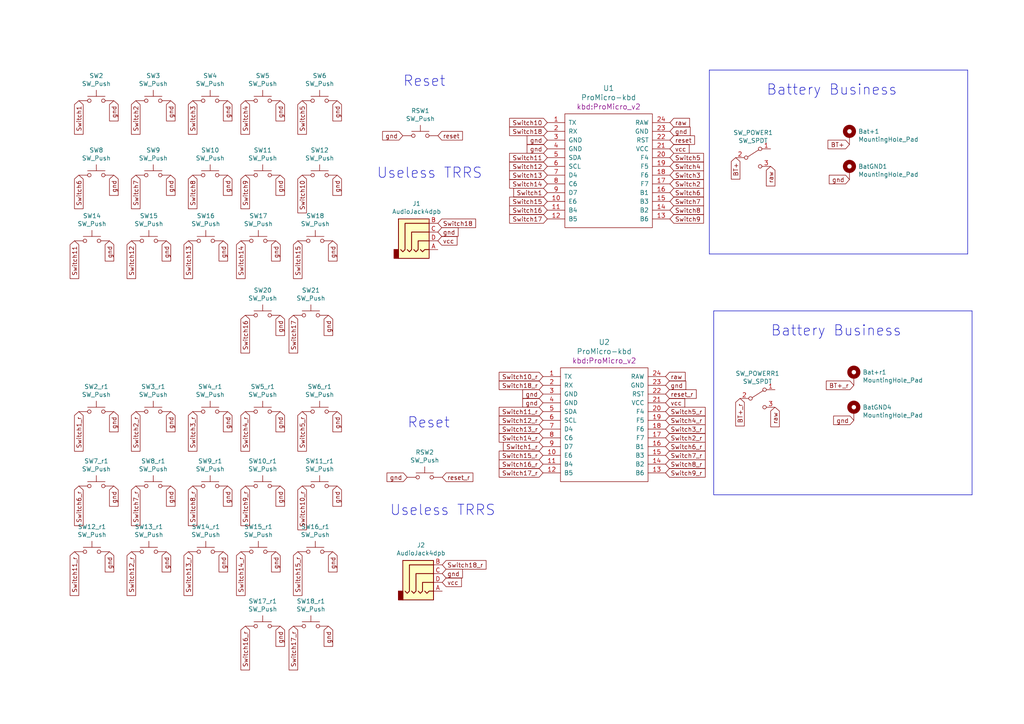
<source format=kicad_sch>
(kicad_sch (version 20230121) (generator eeschema)
  (paper "A4")
  (title_block (title "Sweep V2") (date "2021-03-10") (rev "0.1") (company "broomlabs"))
  (lib_symbols
    (symbol "Mechanical:MountingHole_Pad" (pin_numbers hide) (pin_names (offset 1.016) hide)
      (property "Reference" "H" (at 0 6.35 0))
      (property "Value" "MountingHole_Pad" (at 0 4.445 0))
      (symbol "MountingHole_Pad_0_1"
        (circle (center 0 1.27) (radius 1.27) (stroke (width 1.27)))
      )
      (symbol "MountingHole_Pad_1_1"
        (pin input line (at 0 -2.54 90) (length 2.54) (name "1") (number "1"))
      )
    )
    (symbol "Switch:SW_Push" (pin_numbers hide) (pin_names (offset 1.016) hide)
      (property "Reference" "SW" (at 1.27 2.54 0))
      (property "Value" "SW_Push" (at 0 -1.524 0))
      (symbol "SW_Push_0_1"
        (circle (center -2.032 0) (radius 0.508))
        (polyline (pts (xy 0 1.27) (xy 0 3.048)))
        (polyline (pts (xy 2.54 1.27) (xy -2.54 1.27)))
        (circle (center 2.032 0) (radius 0.508))
        (pin passive line (at -5.08 0 0) (length 2.54) (name "1") (number "1"))
        (pin passive line (at 5.08 0 180) (length 2.54) (name "2") (number "2"))
      )
    )
    (symbol "Switch:SW_SPDT" (pin_names (offset 0) hide)
      (property "Reference" "SW" (at 0 4.318 0))
      (property "Value" "SW_SPDT" (at 0 -5.08 0))
      (symbol "SW_SPDT_0_0"
        (circle (center -2.032 0) (radius 0.508))
        (circle (center 2.032 -2.54) (radius 0.508))
      )
      (symbol "SW_SPDT_0_1"
        (polyline (pts (xy -1.524 0.254) (xy 1.651 2.286)))
        (circle (center 2.032 2.54) (radius 0.508))
      )
      (symbol "SW_SPDT_1_1"
        (pin passive line (at 5.08 2.54 180) (length 2.54) (name "A") (number "1"))
        (pin passive line (at -5.08 0 0) (length 2.54) (name "B") (number "2"))
        (pin passive line (at 5.08 -2.54 180) (length 2.54) (name "C") (number "3"))
      )
    )
    (symbol "sweep-high-rescue:AudioJack4dpb-tokas_bp"
      (property "Reference" "J" (at 0 8.89 0))
      (property "Value" "tokas_bp_AudioJack4dpb" (at 0 6.35 0))
      (symbol "AudioJack4dpb-tokas_bp_0_1"
        (rectangle (start -6.35 -5.08) (end -7.62 -7.62) (stroke (width 0.254)) (fill (type outline)))
        (polyline (pts (xy 0 -5.08) (xy 0.635 -5.715) (xy 1.27 -5.08) (xy 2.54 -5.08)) (stroke (width 0.254)))
        (polyline (pts (xy -5.715 -5.08) (xy -5.08 -5.715) (xy -4.445 -5.08) (xy -4.445 2.54) (xy 2.54 2.54)) (stroke (width 0.254)))
        (polyline (pts (xy -1.905 -5.08) (xy -1.27 -5.715) (xy -0.635 -5.08) (xy -0.635 -2.54) (xy 2.54 -2.54)) (stroke (width 0.254)))
        (polyline (pts (xy 2.54 0) (xy -2.54 0) (xy -2.54 -5.08) (xy -3.175 -5.715) (xy -3.81 -5.08)) (stroke (width 0.254)))
        (rectangle (start 2.54 3.81) (end -6.35 -7.62) (stroke (width 0.254)) (fill (type background)))
      )
      (symbol "AudioJack4dpb-tokas_bp_1_1"
        (pin passive line (at 5.08 -5.08 180) (length 2.54) (name "~") (number "A"))
        (pin passive line (at 5.08 2.54 180) (length 2.54) (name "~") (number "B"))
        (pin passive line (at 5.08 0 180) (length 2.54) (name "~") (number "C"))
        (pin passive line (at 5.08 -2.54 180) (length 2.54) (name "~") (number "D"))
      )
    )
    (symbol "sweep-high-rescue:ProMicro-kbd-bigblackpill-34key-rescue-sweepv2-rescue" (pin_names (offset 1.016))
      (property "Reference" "U" (at 0 24.13 0))
      (property "Value" "sweepv2-rescue_ProMicro-kbd-bigblackpill-34key-rescue" (at 0 -13.97 0))
      (symbol "ProMicro-kbd-bigblackpill-34key-rescue-sweepv2-rescue_0_1"
        (rectangle (start -12.7 21.59) (end 12.7 -11.43))
      )
      (symbol "ProMicro-kbd-bigblackpill-34key-rescue-sweepv2-rescue_1_1"
        (pin bidirectional line (at -17.78 19.05 0) (length 5.08) (name "TX") (number "1"))
        (pin bidirectional line (at -17.78 -3.81 0) (length 5.08) (name "E6") (number "10"))
        (pin bidirectional line (at -17.78 -6.35 0) (length 5.08) (name "B4") (number "11"))
        (pin bidirectional line (at -17.78 -8.89 0) (length 5.08) (name "B5") (number "12"))
        (pin bidirectional line (at 17.78 -8.89 180) (length 5.08) (name "B6") (number "13"))
        (pin bidirectional line (at 17.78 -6.35 180) (length 5.08) (name "B2") (number "14"))
        (pin bidirectional line (at 17.78 -3.81 180) (length 5.08) (name "B3") (number "15"))
        (pin bidirectional line (at 17.78 -1.27 180) (length 5.08) (name "B1") (number "16"))
        (pin bidirectional line (at 17.78 1.27 180) (length 5.08) (name "F7") (number "17"))
        (pin bidirectional line (at 17.78 3.81 180) (length 5.08) (name "F6") (number "18"))
        (pin bidirectional line (at 17.78 6.35 180) (length 5.08) (name "F5") (number "19"))
        (pin bidirectional line (at -17.78 16.51 0) (length 5.08) (name "RX") (number "2"))
        (pin bidirectional line (at 17.78 8.89 180) (length 5.08) (name "F4") (number "20"))
        (pin power_in line (at 17.78 11.43 180) (length 5.08) (name "VCC") (number "21"))
        (pin input line (at 17.78 13.97 180) (length 5.08) (name "RST") (number "22"))
        (pin power_in line (at 17.78 16.51 180) (length 5.08) (name "GND") (number "23"))
        (pin power_out line (at 17.78 19.05 180) (length 5.08) (name "RAW") (number "24"))
        (pin power_in line (at -17.78 13.97 0) (length 5.08) (name "GND") (number "3"))
        (pin power_in line (at -17.78 11.43 0) (length 5.08) (name "GND") (number "4"))
        (pin bidirectional line (at -17.78 8.89 0) (length 5.08) (name "SDA") (number "5"))
        (pin bidirectional line (at -17.78 6.35 0) (length 5.08) (name "SCL") (number "6"))
        (pin bidirectional line (at -17.78 3.81 0) (length 5.08) (name "D4") (number "7"))
        (pin bidirectional line (at -17.78 1.27 0) (length 5.08) (name "C6") (number "8"))
        (pin bidirectional line (at -17.78 -1.27 0) (length 5.08) (name "D7") (number "9"))
      )
    )
  )
  (polyline (pts (xy 207.01 143.51) (xy 207.01 90.17)))
  (polyline (pts (xy 280.67 20.32) (xy 280.67 73.66)))
  (polyline (pts (xy 281.94 90.17) (xy 281.94 143.51)))
  (polyline (pts (xy 281.94 143.51) (xy 207.01 143.51)))
  (polyline (pts (xy 280.67 73.66) (xy 205.74 73.66)))
  (polyline (pts (xy 207.01 90.17) (xy 281.94 90.17)))
  (polyline (pts (xy 205.74 73.66) (xy 205.74 20.32)))
  (polyline (pts (xy 205.74 20.32) (xy 280.67 20.32)))
  (text "Reset" (at 118.11 124.46 0) (effects (font (size 2.9972 2.9972)) (justify left bottom)))
  (text "Useless TRRS\n" (at 113.03 149.86 0) (effects (font (size 2.9972 2.9972)) (justify left bottom)))
  (text "Battery Business" (at 222.25 27.94 0) (effects (font (size 2.9972 2.9972)) (justify left bottom)))
  (text "Useless TRRS\n" (at 109.22 52.07 0) (effects (font (size 2.9972 2.9972)) (justify left bottom)))
  (text "Reset" (at 116.84 25.4 0) (effects (font (size 2.9972 2.9972)) (justify left bottom)))
  (text "Battery Business" (at 223.52 97.79 0) (effects (font (size 2.9972 2.9972)) (justify left bottom)))
  (global_label "gnd" (shape input) (at 96.52 160.02 270) (property "Intersheetrefs" "${INTERSHEET_REFS}" (effects hide)))
  (global_label "Switch1_r" (shape input) (at 157.48 129.54 180) (property "Intersheetrefs" "${INTERSHEET_REFS}" (effects hide)))
  (global_label "gnd" (shape input) (at 81.28 140.97 270) (property "Intersheetrefs" "${INTERSHEET_REFS}" (effects hide)))
  (global_label "reset" (shape input) (at 127 39.37 0) (property "Intersheetrefs" "${INTERSHEET_REFS}" (effects hide)))
  (global_label "gnd" (shape input) (at 31.75 69.85 270) (property "Intersheetrefs" "${INTERSHEET_REFS}" (effects hide)))
  (global_label "raw" (shape input) (at 193.04 109.22 0) (property "Intersheetrefs" "${INTERSHEET_REFS}" (effects hide)))
  (global_label "reset_r" (shape input) (at 193.04 114.3 0) (property "Intersheetrefs" "${INTERSHEET_REFS}" (effects hide)))
  (global_label "reset" (shape input) (at 194.31 40.64 0) (property "Intersheetrefs" "${INTERSHEET_REFS}" (effects hide)))
  (global_label "Switch1" (shape input) (at 158.75 55.88 180) (property "Intersheetrefs" "${INTERSHEET_REFS}" (effects hide)))
  (global_label "gnd" (shape input) (at 80.01 160.02 270) (property "Intersheetrefs" "${INTERSHEET_REFS}" (effects hide)))
  (global_label "gnd" (shape input) (at 31.75 160.02 270) (property "Intersheetrefs" "${INTERSHEET_REFS}" (effects hide)))
  (global_label "gnd" (shape input) (at 33.02 29.21 270) (property "Intersheetrefs" "${INTERSHEET_REFS}" (effects hide)))
  (global_label "Switch14" (shape input) (at 69.85 69.85 270) (property "Intersheetrefs" "${INTERSHEET_REFS}" (effects hide)))
  (global_label "Switch6" (shape input) (at 22.86 50.8 270) (property "Intersheetrefs" "${INTERSHEET_REFS}" (effects hide)))
  (global_label "Switch8" (shape input) (at 194.31 60.96 0) (property "Intersheetrefs" "${INTERSHEET_REFS}" (effects hide)))
  (global_label "reset_r" (shape input) (at 128.27 138.43 0) (property "Intersheetrefs" "${INTERSHEET_REFS}" (effects hide)))
  (global_label "Switch13_r" (shape input) (at 157.48 124.46 180) (property "Intersheetrefs" "${INTERSHEET_REFS}" (effects hide)))
  (global_label "Switch1_r" (shape input) (at 22.86 119.38 270) (property "Intersheetrefs" "${INTERSHEET_REFS}" (effects hide)))
  (global_label "gnd" (shape input) (at 194.31 38.1 0) (property "Intersheetrefs" "${INTERSHEET_REFS}" (effects hide)))
  (global_label "Switch8_r" (shape input) (at 193.04 134.62 0) (property "Intersheetrefs" "${INTERSHEET_REFS}" (effects hide)))
  (global_label "gnd" (shape input) (at 193.04 111.76 0) (property "Intersheetrefs" "${INTERSHEET_REFS}" (effects hide)))
  (global_label "gnd" (shape input) (at 49.53 119.38 270) (property "Intersheetrefs" "${INTERSHEET_REFS}" (effects hide)))
  (global_label "gnd" (shape input) (at 116.84 39.37 180) (property "Intersheetrefs" "${INTERSHEET_REFS}" (effects hide)))
  (global_label "Switch6_r" (shape input) (at 22.86 140.97 270) (property "Intersheetrefs" "${INTERSHEET_REFS}" (effects hide)))
  (global_label "gnd" (shape input) (at 81.28 91.44 270) (property "Intersheetrefs" "${INTERSHEET_REFS}" (effects hide)))
  (global_label "Switch2_r" (shape input) (at 193.04 127 0) (property "Intersheetrefs" "${INTERSHEET_REFS}" (effects hide)))
  (global_label "Switch15" (shape input) (at 158.75 58.42 180) (property "Intersheetrefs" "${INTERSHEET_REFS}" (effects hide)))
  (global_label "Switch2_r" (shape input) (at 39.37 119.38 270) (property "Intersheetrefs" "${INTERSHEET_REFS}" (effects hide)))
  (global_label "gnd" (shape input) (at 49.53 50.8 270) (property "Intersheetrefs" "${INTERSHEET_REFS}" (effects hide)))
  (global_label "Switch2" (shape input) (at 39.37 29.21 270) (property "Intersheetrefs" "${INTERSHEET_REFS}" (effects hide)))
  (global_label "Switch17" (shape input) (at 158.75 63.5 180) (property "Intersheetrefs" "${INTERSHEET_REFS}" (effects hide)))
  (global_label "Switch14" (shape input) (at 158.75 53.34 180) (property "Intersheetrefs" "${INTERSHEET_REFS}" (effects hide)))
  (global_label "gnd" (shape input) (at 48.26 160.02 270) (property "Intersheetrefs" "${INTERSHEET_REFS}" (effects hide)))
  (global_label "Switch5" (shape input) (at 87.63 29.21 270) (property "Intersheetrefs" "${INTERSHEET_REFS}" (effects hide)))
  (global_label "Switch5" (shape input) (at 194.31 45.72 0) (property "Intersheetrefs" "${INTERSHEET_REFS}" (effects hide)))
  (global_label "Switch18_r" (shape input) (at 157.48 111.76 180) (property "Intersheetrefs" "${INTERSHEET_REFS}" (effects hide)))
  (global_label "Switch3_r" (shape input) (at 193.04 124.46 0) (property "Intersheetrefs" "${INTERSHEET_REFS}" (effects hide)))
  (global_label "raw" (shape input) (at 224.79 118.11 270) (property "Intersheetrefs" "${INTERSHEET_REFS}" (effects hide)))
  (global_label "Switch10" (shape input) (at 158.75 35.56 180) (property "Intersheetrefs" "${INTERSHEET_REFS}" (effects hide)))
  (global_label "gnd" (shape input) (at 64.77 69.85 270) (property "Intersheetrefs" "${INTERSHEET_REFS}" (effects hide)))
  (global_label "gnd" (shape input) (at 118.11 138.43 180) (property "Intersheetrefs" "${INTERSHEET_REFS}" (effects hide)))
  (global_label "gnd" (shape input) (at 128.27 166.37 0) (property "Intersheetrefs" "${INTERSHEET_REFS}" (effects hide)))
  (global_label "gnd" (shape input) (at 158.75 40.64 180) (property "Intersheetrefs" "${INTERSHEET_REFS}" (effects hide)))
  (global_label "Switch9" (shape input) (at 71.12 50.8 270) (property "Intersheetrefs" "${INTERSHEET_REFS}" (effects hide)))
  (global_label "gnd" (shape input) (at 127 67.31 0) (property "Intersheetrefs" "${INTERSHEET_REFS}" (effects hide)))
  (global_label "gnd" (shape input) (at 66.04 119.38 270) (property "Intersheetrefs" "${INTERSHEET_REFS}" (effects hide)))
  (global_label "gnd" (shape input) (at 66.04 29.21 270) (property "Intersheetrefs" "${INTERSHEET_REFS}" (effects hide)))
  (global_label "Switch4" (shape input) (at 71.12 29.21 270) (property "Intersheetrefs" "${INTERSHEET_REFS}" (effects hide)))
  (global_label "Switch9_r" (shape input) (at 193.04 137.16 0) (property "Intersheetrefs" "${INTERSHEET_REFS}" (effects hide)))
  (global_label "Switch3" (shape input) (at 55.88 29.21 270) (property "Intersheetrefs" "${INTERSHEET_REFS}" (effects hide)))
  (global_label "Switch10_r" (shape input) (at 157.48 109.22 180) (property "Intersheetrefs" "${INTERSHEET_REFS}" (effects hide)))
  (global_label "Switch2" (shape input) (at 194.31 53.34 0) (property "Intersheetrefs" "${INTERSHEET_REFS}" (effects hide)))
  (global_label "Switch3" (shape input) (at 194.31 50.8 0) (property "Intersheetrefs" "${INTERSHEET_REFS}" (effects hide)))
  (global_label "Switch10_r" (shape input) (at 87.63 140.97 270) (property "Intersheetrefs" "${INTERSHEET_REFS}" (effects hide)))
  (global_label "Switch17_r" (shape input) (at 157.48 137.16 180) (property "Intersheetrefs" "${INTERSHEET_REFS}" (effects hide)))
  (global_label "Switch12" (shape input) (at 158.75 48.26 180) (property "Intersheetrefs" "${INTERSHEET_REFS}" (effects hide)))
  (global_label "Switch8_r" (shape input) (at 55.88 140.97 270) (property "Intersheetrefs" "${INTERSHEET_REFS}" (effects hide)))
  (global_label "Switch1" (shape input) (at 22.86 29.21 270) (property "Intersheetrefs" "${INTERSHEET_REFS}" (effects hide)))
  (global_label "gnd" (shape input) (at 66.04 140.97 270) (property "Intersheetrefs" "${INTERSHEET_REFS}" (effects hide)))
  (global_label "Switch18" (shape input) (at 127 64.77 0) (property "Intersheetrefs" "${INTERSHEET_REFS}" (effects hide)))
  (global_label "Switch6" (shape input) (at 194.31 55.88 0) (property "Intersheetrefs" "${INTERSHEET_REFS}" (effects hide)))
  (global_label "Switch9" (shape input) (at 194.31 63.5 0) (property "Intersheetrefs" "${INTERSHEET_REFS}" (effects hide)))
  (global_label "Switch3_r" (shape input) (at 55.88 119.38 270) (property "Intersheetrefs" "${INTERSHEET_REFS}" (effects hide)))
  (global_label "Switch16_r" (shape input) (at 157.48 134.62 180) (property "Intersheetrefs" "${INTERSHEET_REFS}" (effects hide)))
  (global_label "BT+" (shape input) (at 246.38 41.91 180) (property "Intersheetrefs" "${INTERSHEET_REFS}" (effects hide)))
  (global_label "gnd" (shape input) (at 97.79 119.38 270) (property "Intersheetrefs" "${INTERSHEET_REFS}" (effects hide)))
  (global_label "Switch4" (shape input) (at 194.31 48.26 0) (property "Intersheetrefs" "${INTERSHEET_REFS}" (effects hide)))
  (global_label "Switch14_r" (shape input) (at 157.48 127 180) (property "Intersheetrefs" "${INTERSHEET_REFS}" (effects hide)))
  (global_label "gnd" (shape input) (at 66.04 50.8 270) (property "Intersheetrefs" "${INTERSHEET_REFS}" (effects hide)))
  (global_label "Switch18_r" (shape input) (at 128.27 163.83 0) (property "Intersheetrefs" "${INTERSHEET_REFS}" (effects hide)))
  (global_label "gnd" (shape input) (at 97.79 50.8 270) (property "Intersheetrefs" "${INTERSHEET_REFS}" (effects hide)))
  (global_label "Switch5_r" (shape input) (at 87.63 119.38 270) (property "Intersheetrefs" "${INTERSHEET_REFS}" (effects hide)))
  (global_label "Switch6_r" (shape input) (at 193.04 129.54 0) (property "Intersheetrefs" "${INTERSHEET_REFS}" (effects hide)))
  (global_label "BT+_r" (shape input) (at 214.63 115.57 270) (property "Intersheetrefs" "${INTERSHEET_REFS}" (effects hide)))
  (global_label "Switch13_r" (shape input) (at 54.61 160.02 270) (property "Intersheetrefs" "${INTERSHEET_REFS}" (effects hide)))
  (global_label "gnd" (shape input) (at 81.28 119.38 270) (property "Intersheetrefs" "${INTERSHEET_REFS}" (effects hide)))
  (global_label "Switch10" (shape input) (at 87.63 50.8 270) (property "Intersheetrefs" "${INTERSHEET_REFS}" (effects hide)))
  (global_label "Switch15_r" (shape input) (at 86.36 160.02 270) (property "Intersheetrefs" "${INTERSHEET_REFS}" (effects hide)))
  (global_label "BT+" (shape input) (at 213.36 45.72 270) (property "Intersheetrefs" "${INTERSHEET_REFS}" (effects hide)))
  (global_label "gnd" (shape input) (at 33.02 140.97 270) (property "Intersheetrefs" "${INTERSHEET_REFS}" (effects hide)))
  (global_label "Switch13" (shape input) (at 158.75 50.8 180) (property "Intersheetrefs" "${INTERSHEET_REFS}" (effects hide)))
  (global_label "gnd" (shape input) (at 247.65 121.92 180) (property "Intersheetrefs" "${INTERSHEET_REFS}" (effects hide)))
  (global_label "gnd" (shape input) (at 158.75 43.18 180) (property "Intersheetrefs" "${INTERSHEET_REFS}" (effects hide)))
  (global_label "gnd" (shape input) (at 95.25 181.61 270) (property "Intersheetrefs" "${INTERSHEET_REFS}" (effects hide)))
  (global_label "gnd" (shape input) (at 97.79 29.21 270) (property "Intersheetrefs" "${INTERSHEET_REFS}" (effects hide)))
  (global_label "gnd" (shape input) (at 49.53 29.21 270) (property "Intersheetrefs" "${INTERSHEET_REFS}" (effects hide)))
  (global_label "gnd" (shape input) (at 80.01 69.85 270) (property "Intersheetrefs" "${INTERSHEET_REFS}" (effects hide)))
  (global_label "Switch11_r" (shape input) (at 21.59 160.02 270) (property "Intersheetrefs" "${INTERSHEET_REFS}" (effects hide)))
  (global_label "gnd" (shape input) (at 33.02 50.8 270) (property "Intersheetrefs" "${INTERSHEET_REFS}" (effects hide)))
  (global_label "Switch15" (shape input) (at 86.36 69.85 270) (property "Intersheetrefs" "${INTERSHEET_REFS}" (effects hide)))
  (global_label "vcc" (shape input) (at 127 69.85 0) (property "Intersheetrefs" "${INTERSHEET_REFS}" (effects hide)))
  (global_label "gnd" (shape input) (at 157.48 116.84 180) (property "Intersheetrefs" "${INTERSHEET_REFS}" (effects hide)))
  (global_label "gnd" (shape input) (at 81.28 29.21 270) (property "Intersheetrefs" "${INTERSHEET_REFS}" (effects hide)))
  (global_label "Switch4_r" (shape input) (at 193.04 121.92 0) (property "Intersheetrefs" "${INTERSHEET_REFS}" (effects hide)))
  (global_label "vcc" (shape input) (at 193.04 116.84 0) (property "Intersheetrefs" "${INTERSHEET_REFS}" (effects hide)))
  (global_label "Switch12_r" (shape input) (at 157.48 121.92 180) (property "Intersheetrefs" "${INTERSHEET_REFS}" (effects hide)))
  (global_label "vcc" (shape input) (at 194.31 43.18 0) (property "Intersheetrefs" "${INTERSHEET_REFS}" (effects hide)))
  (global_label "Switch11" (shape input) (at 158.75 45.72 180) (property "Intersheetrefs" "${INTERSHEET_REFS}" (effects hide)))
  (global_label "Switch8" (shape input) (at 55.88 50.8 270) (property "Intersheetrefs" "${INTERSHEET_REFS}" (effects hide)))
  (global_label "vcc" (shape input) (at 128.27 168.91 0) (property "Intersheetrefs" "${INTERSHEET_REFS}" (effects hide)))
  (global_label "raw" (shape input) (at 223.52 48.26 270) (property "Intersheetrefs" "${INTERSHEET_REFS}" (effects hide)))
  (global_label "gnd" (shape input) (at 33.02 119.38 270) (property "Intersheetrefs" "${INTERSHEET_REFS}" (effects hide)))
  (global_label "gnd" (shape input) (at 48.26 69.85 270) (property "Intersheetrefs" "${INTERSHEET_REFS}" (effects hide)))
  (global_label "gnd" (shape input) (at 81.28 181.61 270) (property "Intersheetrefs" "${INTERSHEET_REFS}" (effects hide)))
  (global_label "Switch15_r" (shape input) (at 157.48 132.08 180) (property "Intersheetrefs" "${INTERSHEET_REFS}" (effects hide)))
  (global_label "Switch5_r" (shape input) (at 193.04 119.38 0) (property "Intersheetrefs" "${INTERSHEET_REFS}" (effects hide)))
  (global_label "gnd" (shape input) (at 97.79 140.97 270) (property "Intersheetrefs" "${INTERSHEET_REFS}" (effects hide)))
  (global_label "Switch17" (shape input) (at 85.09 91.44 270) (property "Intersheetrefs" "${INTERSHEET_REFS}" (effects hide)))
  (global_label "BT+_r" (shape input) (at 247.65 111.76 180) (property "Intersheetrefs" "${INTERSHEET_REFS}" (effects hide)))
  (global_label "Switch18" (shape input) (at 158.75 38.1 180) (property "Intersheetrefs" "${INTERSHEET_REFS}" (effects hide)))
  (global_label "gnd" (shape input) (at 95.25 91.44 270) (property "Intersheetrefs" "${INTERSHEET_REFS}" (effects hide)))
  (global_label "Switch7_r" (shape input) (at 193.04 132.08 0) (property "Intersheetrefs" "${INTERSHEET_REFS}" (effects hide)))
  (global_label "gnd" (shape input) (at 157.48 114.3 180) (property "Intersheetrefs" "${INTERSHEET_REFS}" (effects hide)))
  (global_label "Switch12_r" (shape input) (at 38.1 160.02 270) (property "Intersheetrefs" "${INTERSHEET_REFS}" (effects hide)))
  (global_label "Switch17_r" (shape input) (at 85.09 181.61 270) (property "Intersheetrefs" "${INTERSHEET_REFS}" (effects hide)))
  (global_label "gnd" (shape input) (at 246.38 52.07 180) (property "Intersheetrefs" "${INTERSHEET_REFS}" (effects hide)))
  (global_label "Switch7" (shape input) (at 194.31 58.42 0) (property "Intersheetrefs" "${INTERSHEET_REFS}" (effects hide)))
  (global_label "Switch16" (shape input) (at 158.75 60.96 180) (property "Intersheetrefs" "${INTERSHEET_REFS}" (effects hide)))
  (global_label "Switch11" (shape input) (at 21.59 69.85 270) (property "Intersheetrefs" "${INTERSHEET_REFS}" (effects hide)))
  (global_label "Switch7" (shape input) (at 39.37 50.8 270) (property "Intersheetrefs" "${INTERSHEET_REFS}" (effects hide)))
  (global_label "Switch7_r" (shape input) (at 39.37 140.97 270) (property "Intersheetrefs" "${INTERSHEET_REFS}" (effects hide)))
  (global_label "Switch16_r" (shape input) (at 71.12 181.61 270) (property "Intersheetrefs" "${INTERSHEET_REFS}" (effects hide)))
  (global_label "raw" (shape input) (at 194.31 35.56 0) (property "Intersheetrefs" "${INTERSHEET_REFS}" (effects hide)))
  (global_label "Switch14_r" (shape input) (at 69.85 160.02 270) (property "Intersheetrefs" "${INTERSHEET_REFS}" (effects hide)))
  (global_label "gnd" (shape input) (at 81.28 50.8 270) (property "Intersheetrefs" "${INTERSHEET_REFS}" (effects hide)))
  (global_label "Switch12" (shape input) (at 38.1 69.85 270) (property "Intersheetrefs" "${INTERSHEET_REFS}" (effects hide)))
  (global_label "Switch11_r" (shape input) (at 157.48 119.38 180) (property "Intersheetrefs" "${INTERSHEET_REFS}" (effects hide)))
  (global_label "Switch9_r" (shape input) (at 71.12 140.97 270) (property "Intersheetrefs" "${INTERSHEET_REFS}" (effects hide)))
  (global_label "gnd" (shape input) (at 96.52 69.85 270) (property "Intersheetrefs" "${INTERSHEET_REFS}" (effects hide)))
  (global_label "Switch13" (shape input) (at 54.61 69.85 270) (property "Intersheetrefs" "${INTERSHEET_REFS}" (effects hide)))
  (global_label "gnd" (shape input) (at 64.77 160.02 270) (property "Intersheetrefs" "${INTERSHEET_REFS}" (effects hide)))
  (global_label "gnd" (shape input) (at 49.53 140.97 270) (property "Intersheetrefs" "${INTERSHEET_REFS}" (effects hide)))
  (global_label "Switch16" (shape input) (at 71.12 91.44 270) (property "Intersheetrefs" "${INTERSHEET_REFS}" (effects hide)))
  (global_label "Switch4_r" (shape input) (at 71.12 119.38 270) (property "Intersheetrefs" "${INTERSHEET_REFS}" (effects hide)))
  (symbol (lib_id "Mechanical:MountingHole_Pad") (at 246.38 39.37 0) (unit 1)
    (property "Reference" "Bat+1" (at 248.92 38.1254 0) (effects (justify left)))
    (property "Value" "MountingHole_Pad" (at 248.92 40.4368 0) (effects (justify left)))
    (property "Footprint" "kbd:1pin_conn" (effects hide))
  )
  (symbol (lib_id "Mechanical:MountingHole_Pad") (at 246.38 49.53 0) (unit 1)
    (property "Reference" "BatGND1" (at 248.92 48.2854 0) (effects (justify left)))
    (property "Value" "MountingHole_Pad" (at 248.92 50.5968 0) (effects (justify left)))
    (property "Footprint" "kbd:1pin_conn" (effects hide))
  )
  (symbol (lib_id "sweep-high-rescue:ProMicro-kbd-bigblackpill-34key-rescue-sweepv2-rescue") (at 176.53 54.61 0) (unit 1)
    (property "Reference" "U1" (at 176.53 25.5778 0) (effects (font (size 1.524 1.524))))
    (property "Value" "ProMicro-kbd" (at 176.53 28.2702 0) (effects (font (size 1.524 1.524))))
    (property "Footprint" "kbd:ProMicro_v2" (at 176.53 30.9626 0) (effects (font (size 1.524 1.524))))
  )
  (symbol (lib_id "Switch:SW_Push") (at 27.94 29.21 0) (unit 1)
    (property "Reference" "SW2" (at 27.94 21.971 0))
    (property "Value" "SW_Push" (at 27.94 24.2824 0))
    (property "Footprint" "footprint:SW_MX_reversible" (effects hide))
  )
  (symbol (lib_id "Switch:SW_Push") (at 44.45 29.21 0) (unit 1)
    (property "Reference" "SW3" (at 44.45 21.971 0))
    (property "Value" "SW_Push" (at 44.45 24.2824 0))
    (property "Footprint" "footprint:SW_MX_reversible" (effects hide))
  )
  (symbol (lib_id "Switch:SW_Push") (at 60.96 29.21 0) (unit 1)
    (property "Reference" "SW4" (at 60.96 21.971 0))
    (property "Value" "SW_Push" (at 60.96 24.2824 0))
    (property "Footprint" "Kailh:SW_PG1350_rev_DPB" (effects hide))
  )
  (symbol (lib_id "Switch:SW_Push") (at 76.2 29.21 0) (unit 1)
    (property "Reference" "SW5" (at 76.2 21.971 0))
    (property "Value" "SW_Push" (at 76.2 24.2824 0))
    (property "Footprint" "Kailh:SW_PG1350_rev_DPB" (effects hide))
  )
  (symbol (lib_id "Switch:SW_Push") (at 92.71 29.21 0) (unit 1)
    (property "Reference" "SW6" (at 92.71 21.971 0))
    (property "Value" "SW_Push" (at 92.71 24.2824 0))
    (property "Footprint" "Kailh:SW_PG1350_rev_DPB" (effects hide))
  )
  (symbol (lib_id "Switch:SW_Push") (at 76.2 91.44 0) (unit 1)
    (property "Reference" "SW20" (at 76.2 84.201 0))
    (property "Value" "SW_Push" (at 76.2 86.5124 0))
    (property "Footprint" "Kailh:SW_PG1350_rev_DPB" (effects hide))
  )
  (symbol (lib_id "Switch:SW_Push") (at 90.17 91.44 0) (unit 1)
    (property "Reference" "SW21" (at 90.17 84.201 0))
    (property "Value" "SW_Push" (at 90.17 86.5124 0))
    (property "Footprint" "Kailh:SW_PG1350_rev_DPB" (effects hide))
  )
  (symbol (lib_id "Switch:SW_Push") (at 27.94 50.8 0) (unit 1)
    (property "Reference" "SW8" (at 27.94 43.561 0))
    (property "Value" "SW_Push" (at 27.94 45.8724 0))
    (property "Footprint" "Kailh:SW_PG1350_rev_DPB" (effects hide))
  )
  (symbol (lib_id "Switch:SW_Push") (at 44.45 50.8 0) (unit 1)
    (property "Reference" "SW9" (at 44.45 43.561 0))
    (property "Value" "SW_Push" (at 44.45 45.8724 0))
    (property "Footprint" "Kailh:SW_PG1350_rev_DPB" (effects hide))
  )
  (symbol (lib_id "Switch:SW_Push") (at 60.96 50.8 0) (unit 1)
    (property "Reference" "SW10" (at 60.96 43.561 0))
    (property "Value" "SW_Push" (at 60.96 45.8724 0))
    (property "Footprint" "Kailh:SW_PG1350_rev_DPB" (effects hide))
  )
  (symbol (lib_id "Switch:SW_Push") (at 76.2 50.8 0) (unit 1)
    (property "Reference" "SW11" (at 76.2 43.561 0))
    (property "Value" "SW_Push" (at 76.2 45.8724 0))
    (property "Footprint" "Kailh:SW_PG1350_rev_DPB" (effects hide))
  )
  (symbol (lib_id "Switch:SW_Push") (at 92.71 50.8 0) (unit 1)
    (property "Reference" "SW12" (at 92.71 43.561 0))
    (property "Value" "SW_Push" (at 92.71 45.8724 0))
    (property "Footprint" "Kailh:SW_PG1350_rev_DPB" (effects hide))
  )
  (symbol (lib_id "Switch:SW_Push") (at 26.67 69.85 0) (unit 1)
    (property "Reference" "SW14" (at 26.67 62.611 0))
    (property "Value" "SW_Push" (at 26.67 64.9224 0))
    (property "Footprint" "Kailh:SW_PG1350_rev_DPB" (effects hide))
  )
  (symbol (lib_id "Switch:SW_Push") (at 43.18 69.85 0) (unit 1)
    (property "Reference" "SW15" (at 43.18 62.611 0))
    (property "Value" "SW_Push" (at 43.18 64.9224 0))
    (property "Footprint" "Kailh:SW_PG1350_rev_DPB" (effects hide))
  )
  (symbol (lib_id "Switch:SW_Push") (at 59.69 69.85 0) (unit 1)
    (property "Reference" "SW16" (at 59.69 62.611 0))
    (property "Value" "SW_Push" (at 59.69 64.9224 0))
    (property "Footprint" "Kailh:SW_PG1350_rev_DPB" (effects hide))
  )
  (symbol (lib_id "Switch:SW_Push") (at 74.93 69.85 0) (unit 1)
    (property "Reference" "SW17" (at 74.93 62.611 0))
    (property "Value" "SW_Push" (at 74.93 64.9224 0))
    (property "Footprint" "Kailh:SW_PG1350_rev_DPB" (effects hide))
  )
  (symbol (lib_id "Switch:SW_Push") (at 91.44 69.85 0) (unit 1)
    (property "Reference" "SW18" (at 91.44 62.611 0))
    (property "Value" "SW_Push" (at 91.44 64.9224 0))
    (property "Footprint" "Kailh:SW_PG1350_rev_DPB" (effects hide))
  )
  (symbol (lib_id "Switch:SW_Push") (at 121.92 39.37 0) (unit 1)
    (property "Reference" "RSW1" (at 121.92 32.131 0))
    (property "Value" "SW_Push" (at 121.92 34.4424 0))
    (property "Footprint" "kbd:ResetSW" (effects hide))
  )
  (symbol (lib_id "Switch:SW_SPDT") (at 218.44 45.72 0) (unit 1)
    (property "Reference" "SW_POWER1" (at 218.44 38.481 0))
    (property "Value" "SW_SPDT" (at 218.44 40.7924 0))
    (property "Footprint" "Kailh:SPDT_C128955" (effects hide))
  )
  (symbol (lib_id "sweep-high-rescue:AudioJack4dpb-tokas_bp") (at 121.92 67.31 0) (unit 1)
    (property "Reference" "J1" (at 120.8278 59.055 0))
    (property "Value" "AudioJack4dpb" (at 120.8278 61.3664 0))
    (property "Footprint" "kbd:MJ-4PP-9" (effects hide))
  )
  (symbol (lib_id "Switch:SW_Push") (at 27.94 119.38 0) (unit 1)
    (property "Reference" "SW2_r1" (at 27.94 112.141 0))
    (property "Value" "SW_Push" (at 27.94 114.4524 0))
    (property "Footprint" "Kailh:SW_PG1350_rev_DPB" (effects hide))
  )
  (symbol (lib_id "Switch:SW_Push") (at 44.45 119.38 0) (unit 1)
    (property "Reference" "SW3_r1" (at 44.45 112.141 0))
    (property "Value" "SW_Push" (at 44.45 114.4524 0))
    (property "Footprint" "Kailh:SW_PG1350_rev_DPB" (effects hide))
  )
  (symbol (lib_id "Switch:SW_Push") (at 60.96 119.38 0) (unit 1)
    (property "Reference" "SW4_r1" (at 60.96 112.141 0))
    (property "Value" "SW_Push" (at 60.96 114.4524 0))
    (property "Footprint" "Kailh:SW_PG1350_rev_DPB" (effects hide))
  )
  (symbol (lib_id "Switch:SW_Push") (at 76.2 119.38 0) (unit 1)
    (property "Reference" "SW5_r1" (at 76.2 112.141 0))
    (property "Value" "SW_Push" (at 76.2 114.4524 0))
    (property "Footprint" "Kailh:SW_PG1350_rev_DPB" (effects hide))
  )
  (symbol (lib_id "Switch:SW_Push") (at 92.71 119.38 0) (unit 1)
    (property "Reference" "SW6_r1" (at 92.71 112.141 0))
    (property "Value" "SW_Push" (at 92.71 114.4524 0))
    (property "Footprint" "Kailh:SW_PG1350_rev_DPB" (effects hide))
  )
  (symbol (lib_id "Switch:SW_Push") (at 76.2 181.61 0) (unit 1)
    (property "Reference" "SW17_r1" (at 76.2 174.371 0))
    (property "Value" "SW_Push" (at 76.2 176.6824 0))
    (property "Footprint" "Kailh:SW_PG1350_rev_DPB" (effects hide))
  )
  (symbol (lib_id "Switch:SW_Push") (at 90.17 181.61 0) (unit 1)
    (property "Reference" "SW18_r1" (at 90.17 174.371 0))
    (property "Value" "SW_Push" (at 90.17 176.6824 0))
    (property "Footprint" "Kailh:SW_PG1350_rev_DPB" (effects hide))
  )
  (symbol (lib_id "Switch:SW_Push") (at 27.94 140.97 0) (unit 1)
    (property "Reference" "SW7_r1" (at 27.94 133.731 0))
    (property "Value" "SW_Push" (at 27.94 136.0424 0))
    (property "Footprint" "Kailh:SW_PG1350_rev_DPB" (effects hide))
  )
  (symbol (lib_id "Switch:SW_Push") (at 44.45 140.97 0) (unit 1)
    (property "Reference" "SW8_r1" (at 44.45 133.731 0))
    (property "Value" "SW_Push" (at 44.45 136.0424 0))
    (property "Footprint" "Kailh:SW_PG1350_rev_DPB" (effects hide))
  )
  (symbol (lib_id "Switch:SW_Push") (at 60.96 140.97 0) (unit 1)
    (property "Reference" "SW9_r1" (at 60.96 133.731 0))
    (property "Value" "SW_Push" (at 60.96 136.0424 0))
    (property "Footprint" "Kailh:SW_PG1350_rev_DPB" (effects hide))
  )
  (symbol (lib_id "Switch:SW_Push") (at 76.2 140.97 0) (unit 1)
    (property "Reference" "SW10_r1" (at 76.2 133.731 0))
    (property "Value" "SW_Push" (at 76.2 136.0424 0))
    (property "Footprint" "Kailh:SW_PG1350_rev_DPB" (effects hide))
  )
  (symbol (lib_id "Switch:SW_Push") (at 92.71 140.97 0) (unit 1)
    (property "Reference" "SW11_r1" (at 92.71 133.731 0))
    (property "Value" "SW_Push" (at 92.71 136.0424 0))
    (property "Footprint" "Kailh:SW_PG1350_rev_DPB" (effects hide))
  )
  (symbol (lib_id "Switch:SW_Push") (at 26.67 160.02 0) (unit 1)
    (property "Reference" "SW12_r1" (at 26.67 152.781 0))
    (property "Value" "SW_Push" (at 26.67 155.0924 0))
    (property "Footprint" "Kailh:SW_PG1350_rev_DPB" (effects hide))
  )
  (symbol (lib_id "Switch:SW_Push") (at 43.18 160.02 0) (unit 1)
    (property "Reference" "SW13_r1" (at 43.18 152.781 0))
    (property "Value" "SW_Push" (at 43.18 155.0924 0))
    (property "Footprint" "Kailh:SW_PG1350_rev_DPB" (effects hide))
  )
  (symbol (lib_id "Switch:SW_Push") (at 59.69 160.02 0) (unit 1)
    (property "Reference" "SW14_r1" (at 59.69 152.781 0))
    (property "Value" "SW_Push" (at 59.69 155.0924 0))
    (property "Footprint" "Kailh:SW_PG1350_rev_DPB" (effects hide))
  )
  (symbol (lib_id "Switch:SW_Push") (at 74.93 160.02 0) (unit 1)
    (property "Reference" "SW15_r1" (at 74.93 152.781 0))
    (property "Value" "SW_Push" (at 74.93 155.0924 0))
    (property "Footprint" "Kailh:SW_PG1350_rev_DPB" (effects hide))
  )
  (symbol (lib_id "Switch:SW_Push") (at 91.44 160.02 0) (unit 1)
    (property "Reference" "SW16_r1" (at 91.44 152.781 0))
    (property "Value" "SW_Push" (at 91.44 155.0924 0))
    (property "Footprint" "Kailh:SW_PG1350_rev_DPB" (effects hide))
  )
  (symbol (lib_id "sweep-high-rescue:ProMicro-kbd-bigblackpill-34key-rescue-sweepv2-rescue") (at 175.26 128.27 0) (unit 1)
    (property "Reference" "U2" (at 175.26 99.2378 0) (effects (font (size 1.524 1.524))))
    (property "Value" "ProMicro-kbd" (at 175.26 101.9302 0) (effects (font (size 1.524 1.524))))
    (property "Footprint" "kbd:ProMicro_v2" (at 175.26 104.6226 0) (effects (font (size 1.524 1.524))))
  )
  (symbol (lib_id "Switch:SW_Push") (at 123.19 138.43 0) (unit 1)
    (property "Reference" "RSW2" (at 123.19 131.191 0))
    (property "Value" "SW_Push" (at 123.19 133.5024 0))
    (property "Footprint" "kbd:ResetSW" (effects hide))
  )
  (symbol (lib_id "sweep-high-rescue:AudioJack4dpb-tokas_bp") (at 123.19 166.37 0) (unit 1)
    (property "Reference" "J2" (at 122.0978 158.115 0))
    (property "Value" "AudioJack4dpb" (at 122.0978 160.4264 0))
    (property "Footprint" "kbd:MJ-4PP-9" (effects hide))
  )
  (symbol (lib_id "Switch:SW_SPDT") (at 219.71 115.57 0) (unit 1)
    (property "Reference" "SW_POWERR1" (at 219.71 108.331 0))
    (property "Value" "SW_SPDT" (at 219.71 110.6424 0))
    (property "Footprint" "Kailh:SPDT_C128955" (effects hide))
  )
  (symbol (lib_id "Mechanical:MountingHole_Pad") (at 247.65 109.22 0) (unit 1)
    (property "Reference" "Bat+r1" (at 250.19 107.9754 0) (effects (justify left)))
    (property "Value" "MountingHole_Pad" (at 250.19 110.2868 0) (effects (justify left)))
    (property "Footprint" "kbd:1pin_conn" (effects hide))
  )
  (symbol (lib_id "Mechanical:MountingHole_Pad") (at 247.65 119.38 0) (unit 1)
    (property "Reference" "BatGND4" (at 250.19 118.1354 0) (effects (justify left)))
    (property "Value" "MountingHole_Pad" (at 250.19 120.4468 0) (effects (justify left)))
    (property "Footprint" "kbd:1pin_conn" (effects hide))
  )
)
</source>
